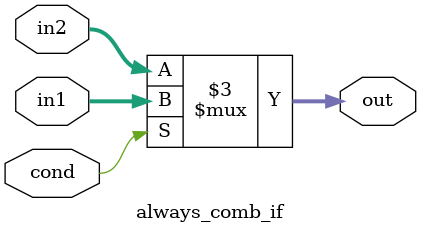
<source format=sv>
module always_comb_if (
    input logic [31:0] in1,
    input logic [31:0] in2,
    input logic cond,
    output logic [31:0] out
);
    always_comb begin
    if (cond) begin
      out = in1;
    end else begin
      out = in2;
    end
      end
endmodule


</source>
